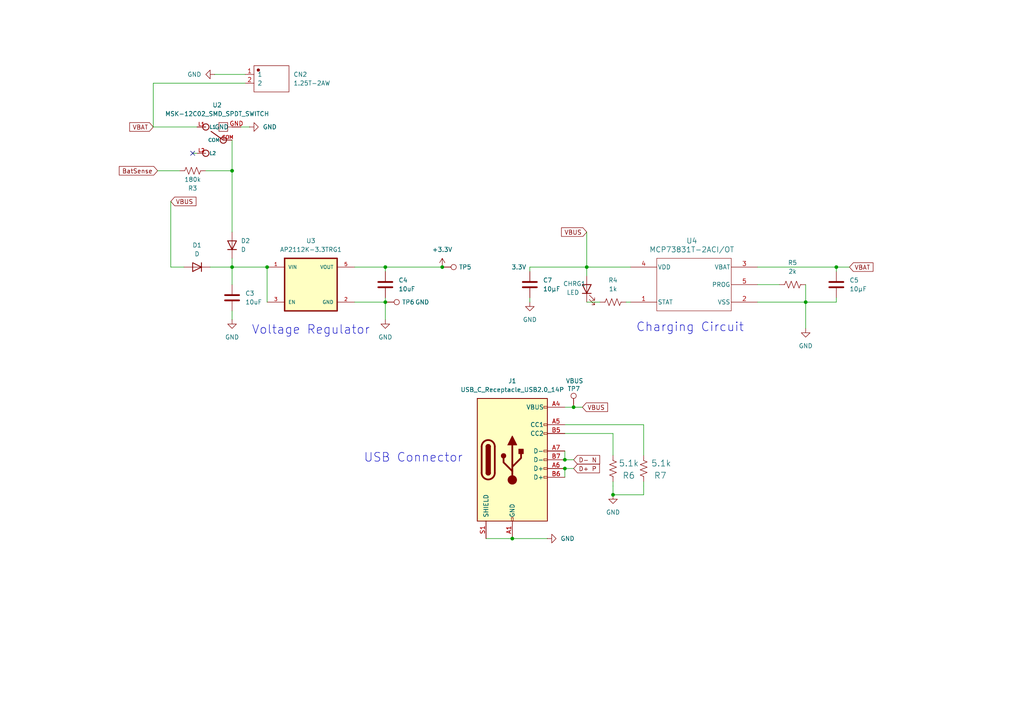
<source format=kicad_sch>
(kicad_sch (version 20231120) (generator "eeschema") (generator_version "8.0")
  (paper "A4")
  (lib_symbols
    (symbol "power:+3.3V" (power) (pin_numbers hide) (pin_names (offset 0) hide)
      (property "Value" "+3.3V" (at 0 3.556 0))
      (symbol "+3.3V_0_1"
        (polyline (pts (xy -0.762 1.27) (xy 0 2.54)))
        (polyline (pts (xy 0 0) (xy 0 2.54)))
        (polyline (pts (xy 0 2.54) (xy 0.762 1.27)))
      )
      (symbol "+3.3V_1_1"
        (pin power_in line (at 0 0 90) (length 0) (name "~") (number "1"))
      )
    )
    (symbol "power:GND" (power) (pin_numbers hide) (pin_names (offset 0) hide)
      (property "Value" "GND" (at 0 -3.81 0))
      (symbol "GND_0_1"
        (polyline (pts (xy 0 0) (xy 0 -1.27) (xy 1.27 -1.27) (xy 0 -2.54) (xy -1.27 -1.27) (xy 0 -1.27)))
      )
      (symbol "GND_1_1"
        (pin power_in line (at 0 0 270) (length 0) (name "~") (number "1"))
      )
    )
    (symbol "uSlime:1.25T-2AW" (pin_names (offset 1.016))
      (property "Reference" "CN" (at 0 6.5024 0))
      (property "Value" "1.25T-2AW" (at 0 11.5824 0))
      (symbol "1.25T-2AW_1_1"
        (rectangle (start -3.81 3.81) (end 6.35 -3.81) (stroke (width 0.1524)))
        (circle (center -2.54 2.54) (radius 0.381) (stroke (width 0.1524)) (fill (type outline)))
        (pin input line (at -6.35 1.27 0) (length 2.54) (name "1") (number "1"))
        (pin input line (at -6.35 -1.27 0) (length 2.54) (name "2") (number "2"))
      )
    )
    (symbol "uSlime:AP2112K-3.3TRG1" (pin_names (offset 1.016))
      (property "Reference" "U" (at -7.663 8.6476 0))
      (property "Value" "AP2112K-3.3TRG1" (at -7.6489 -11.6507 0))
      (symbol "AP2112K-3.3TRG1_0_0"
        (rectangle (start -7.62 -7.62) (end 7.62 7.62) (stroke (width 0.41)) (fill (type background)))
        (pin power_in line (at -12.7 5.08 0) (length 5.08) (name "VIN") (number "1"))
        (pin power_in line (at 12.7 -5.08 180) (length 5.08) (name "GND") (number "2"))
        (pin input line (at -12.7 -5.08 0) (length 5.08) (name "EN") (number "3"))
        (pin power_in line (at 12.7 5.08 180) (length 5.08) (name "VOUT") (number "5"))
      )
    )
    (symbol "uSlime:C" (pin_numbers hide) (pin_names (offset 0.254))
      (property "Reference" "C" (at 0.635 2.54 0))
      (property "Value" "C" (at 0.635 -2.54 0))
      (symbol "C_0_1"
        (polyline (pts (xy -2.032 -0.762) (xy 2.032 -0.762)) (stroke (width 0.508)))
        (polyline (pts (xy -2.032 0.762) (xy 2.032 0.762)) (stroke (width 0.508)))
      )
      (symbol "C_1_1"
        (pin passive line (at 0 3.81 270) (length 2.794) (name "~") (number "1"))
        (pin passive line (at 0 -3.81 90) (length 2.794) (name "~") (number "2"))
      )
    )
    (symbol "uSlime:D" (pin_numbers hide) (pin_names (offset 1.016) hide)
      (property "Reference" "D1" (at 0 -6.35 0))
      (property "Value" "D" (at 0 -3.81 0))
      (symbol "D_0_1"
        (polyline (pts (xy -1.27 1.27) (xy -1.27 -1.27)) (stroke (width 0.254)))
        (polyline (pts (xy 1.27 0) (xy -1.27 0)))
        (polyline (pts (xy 1.27 1.27) (xy 1.27 -1.27) (xy -1.27 0) (xy 1.27 1.27)) (stroke (width 0.254)))
      )
      (symbol "D_1_1"
        (pin passive line (at -3.81 0 0) (length 2.54) (name "K") (number "1"))
        (pin passive line (at 3.81 0 180) (length 2.54) (name "A") (number "2"))
      )
    )
    (symbol "uSlime:LED" (pin_numbers hide) (pin_names (offset 1.016) hide)
      (property "Reference" "D" (at 0 2.54 0))
      (property "Value" "LED" (at 0 -2.54 0))
      (symbol "LED_0_1"
        (polyline (pts (xy -1.27 -1.27) (xy -1.27 1.27)) (stroke (width 0.254)))
        (polyline (pts (xy -1.27 0) (xy 1.27 0)))
        (polyline (pts (xy 1.27 -1.27) (xy 1.27 1.27) (xy -1.27 0) (xy 1.27 -1.27)) (stroke (width 0.254)))
        (polyline (pts (xy -3.048 -0.762) (xy -4.572 -2.286) (xy -3.81 -2.286) (xy -4.572 -2.286) (xy -4.572 -1.524)))
        (polyline (pts (xy -1.778 -0.762) (xy -3.302 -2.286) (xy -2.54 -2.286) (xy -3.302 -2.286) (xy -3.302 -1.524)))
      )
      (symbol "LED_1_1"
        (pin passive line (at -3.81 0 0) (length 2.54) (name "K") (number "1"))
        (pin passive line (at 3.81 0 180) (length 2.54) (name "A") (number "2"))
      )
    )
    (symbol "uSlime:MCP73831T-2ACI_OT" (pin_names (offset 0.254))
      (property "Reference" "U" (at 30.48 10.16 0))
      (property "Value" "MCP73831T-2ACI/OT" (at 30.48 7.62 0))
      (symbol "MCP73831T-2ACI_OT_0_1"
        (polyline (pts (xy 20.32 -10.16) (xy 41.91 -10.16)) (stroke (width 0.127)))
        (polyline (pts (xy 20.32 5.08) (xy 20.32 -10.16)) (stroke (width 0.127)))
        (polyline (pts (xy 41.91 -10.16) (xy 41.91 5.08)) (stroke (width 0.127)))
        (polyline (pts (xy 41.91 5.08) (xy 20.32 5.08)) (stroke (width 0.127)))
        (pin unspecified line (at 12.7 -7.62 0) (length 7.62) (name "STAT") (number "1"))
        (pin unspecified line (at 49.53 -7.62 180) (length 7.62) (name "VSS") (number "2"))
        (pin unspecified line (at 49.53 2.54 180) (length 7.62) (name "VBAT") (number "3"))
        (pin unspecified line (at 12.7 2.54 0) (length 7.62) (name "VDD") (number "4"))
        (pin unspecified line (at 49.53 -2.54 180) (length 7.62) (name "PROG") (number "5"))
      )
    )
    (symbol "uSlime:MSK-12C02_SMD_SPDT_SWITCH" (pin_names (offset 1.016))
      (property "Reference" "U" (at -5.08 7.62 0))
      (property "Value" "MSK-12C02_SMD_SPDT_SWITCH" (at -5.08 -7.62 0))
      (symbol "MSK-12C02_SMD_SPDT_SWITCH_0_0"
        (circle (center -5.08 0) (radius 0.9158) (stroke (width 0.254)))
        (circle (center 0 -3.81) (radius 0.9158) (stroke (width 0.254)))
        (polyline (pts (xy -5.08 0) (xy -1.524 -2.54)) (stroke (width 0.254)))
        (circle (center 0 3.81) (radius 0.9158) (stroke (width 0.254)))
        (pin bidirectional line (at -7.62 0 0) (length 2.54) (name "COM") (number "COM"))
        (pin bidirectional line (at 2.54 -3.81 180) (length 2.54) (name "L1") (number "L1"))
        (pin bidirectional line (at 2.54 3.81 180) (length 2.54) (name "L2") (number "L2"))
      )
      (symbol "MSK-12C02_SMD_SPDT_SWITCH_0_1"
        (rectangle (start -6.35 -2.54) (end -3.81 -5.08))
        (polyline (pts (xy -7.62 -3.81) (xy -6.35 -3.81)))
      )
      (symbol "MSK-12C02_SMD_SPDT_SWITCH_1_1"
        (pin bidirectional line (at -10.16 -3.81 0) (length 2.54) (name "GND") (number "GND"))
      )
    )
    (symbol "uSlime:R_US" (pin_numbers hide) (pin_names (offset 0))
      (property "Reference" "R" (at 2.54 0 90))
      (property "Value" "R_US" (at -2.54 0 90))
      (symbol "R_US_0_1"
        (polyline (pts (xy 0 -2.286) (xy 0 -2.54)))
        (polyline (pts (xy 0 2.286) (xy 0 2.54)))
        (polyline (pts (xy 0 -0.762) (xy 1.016 -1.143) (xy 0 -1.524) (xy -1.016 -1.905) (xy 0 -2.286)))
        (polyline (pts (xy 0 0.762) (xy 1.016 0.381) (xy 0 0) (xy -1.016 -0.381) (xy 0 -0.762)))
        (polyline (pts (xy 0 2.286) (xy 1.016 1.905) (xy 0 1.524) (xy -1.016 1.143) (xy 0 0.762)))
      )
      (symbol "R_US_1_1"
        (pin passive line (at 0 3.81 270) (length 1.27) (name "~") (number "1"))
        (pin passive line (at 0 -3.81 90) (length 1.27) (name "~") (number "2"))
      )
    )
    (symbol "uSlime:TestPoint" (pin_numbers hide) (pin_names (offset 0.762) hide)
      (property "Reference" "TP1" (at 0 4.826 90))
      (property "Value" "TestPoint" (at 0 8.636 90))
      (symbol "TestPoint_0_1"
        (circle (center 0 3.302) (radius 0.762))
      )
      (symbol "TestPoint_1_1"
        (pin passive line (at 0 0 90) (length 2.54) (name "1") (number "1"))
      )
    )
    (symbol "uSlime:USB_C_Receptacle_USB2.0_14P" (pin_names (offset 1.016))
      (property "Reference" "J1" (at 0 22.86 0))
      (property "Value" "USB_C_Receptacle_USB2.0_14P" (at 0 20.32 0))
      (symbol "USB_C_Receptacle_USB2.0_14P_0_0"
        (rectangle (start -0.254 -17.78) (end 0.254 -16.764))
        (rectangle (start 10.16 -4.826) (end 9.144 -5.334))
        (rectangle (start 10.16 -2.286) (end 9.144 -2.794))
        (rectangle (start 10.16 0.254) (end 9.144 -0.254))
        (rectangle (start 10.16 2.794) (end 9.144 2.286))
        (rectangle (start 10.16 7.874) (end 9.144 7.366))
        (rectangle (start 10.16 10.414) (end 9.144 9.906))
        (rectangle (start 10.16 15.494) (end 9.144 14.986))
      )
      (symbol "USB_C_Receptacle_USB2.0_14P_0_1"
        (rectangle (start -10.16 17.78) (end 10.16 -17.78) (stroke (width 0.254)) (fill (type background)))
        (arc (start -8.89 -3.81) (mid -6.985 -5.7067) (end -5.08 -3.81) (stroke (width 0.508)))
        (arc (start -7.62 -3.81) (mid -6.985 -4.4423) (end -6.35 -3.81) (stroke (width 0.254)))
        (arc (start -7.62 -3.81) (mid -6.985 -4.4423) (end -6.35 -3.81) (stroke (width 0.254)) (fill (type outline)))
        (rectangle (start -7.62 -3.81) (end -6.35 3.81) (stroke (width 0.254)) (fill (type outline)))
        (arc (start -6.35 3.81) (mid -6.985 4.4423) (end -7.62 3.81) (stroke (width 0.254)))
        (arc (start -6.35 3.81) (mid -6.985 4.4423) (end -7.62 3.81) (stroke (width 0.254)) (fill (type outline)))
        (arc (start -5.08 3.81) (mid -6.985 5.7067) (end -8.89 3.81) (stroke (width 0.508)))
        (circle (center -2.54 1.143) (radius 0.635) (stroke (width 0.254)) (fill (type outline)))
        (circle (center 0 -5.842) (radius 1.27) (fill (type outline)))
        (polyline (pts (xy -8.89 -3.81) (xy -8.89 3.81)) (stroke (width 0.508)))
        (polyline (pts (xy -5.08 3.81) (xy -5.08 -3.81)) (stroke (width 0.508)))
        (polyline (pts (xy 0 -5.842) (xy 0 4.318)) (stroke (width 0.508)))
        (polyline (pts (xy 0 -3.302) (xy -2.54 -0.762) (xy -2.54 0.508)) (stroke (width 0.508)))
        (polyline (pts (xy 0 -2.032) (xy 2.54 0.508) (xy 2.54 1.778)) (stroke (width 0.508)))
        (polyline (pts (xy -1.27 4.318) (xy 0 6.858) (xy 1.27 4.318) (xy -1.27 4.318)) (stroke (width 0.254)) (fill (type outline)))
        (rectangle (start 1.905 1.778) (end 3.175 3.048) (stroke (width 0.254)) (fill (type outline)))
      )
      (symbol "USB_C_Receptacle_USB2.0_14P_1_1"
        (pin passive line (at 0 -22.86 90) (length 5.08) (name "GND") (number "A1"))
        (pin passive line (at 0 -22.86 90) (length 5.08) hide (name "GND") (number "A12"))
        (pin passive line (at 15.24 15.24 180) (length 5.08) (name "VBUS") (number "A4"))
        (pin bidirectional line (at 15.24 10.16 180) (length 5.08) (name "CC1") (number "A5"))
        (pin bidirectional line (at 15.24 -2.54 180) (length 5.08) (name "D+") (number "A6"))
        (pin bidirectional line (at 15.24 2.54 180) (length 5.08) (name "D-") (number "A7"))
        (pin passive line (at 15.24 15.24 180) (length 5.08) hide (name "VBUS") (number "A9"))
        (pin passive line (at 0 -22.86 90) (length 5.08) hide (name "GND") (number "B1"))
        (pin passive line (at 0 -22.86 90) (length 5.08) hide (name "GND") (number "B12"))
        (pin passive line (at 15.24 15.24 180) (length 5.08) hide (name "VBUS") (number "B4"))
        (pin bidirectional line (at 15.24 7.62 180) (length 5.08) (name "CC2") (number "B5"))
        (pin bidirectional line (at 15.24 -5.08 180) (length 5.08) (name "D+") (number "B6"))
        (pin bidirectional line (at 15.24 0 180) (length 5.08) (name "D-") (number "B7"))
        (pin passive line (at 15.24 15.24 180) (length 5.08) hide (name "VBUS") (number "B9"))
        (pin passive line (at -7.62 -22.86 90) (length 5.08) (name "SHIELD") (number "S1"))
      )
    )
  )
  (junction (at 163.83 135.89))
  (junction (at 67.31 77.47))
  (junction (at 177.8 143.51))
  (junction (at 128.27 77.47))
  (junction (at 111.76 77.47))
  (junction (at 111.76 87.63))
  (junction (at 163.83 133.35))
  (junction (at 170.18 77.47))
  (junction (at 67.31 49.53))
  (junction (at 166.37 118.11))
  (junction (at 233.68 87.63))
  (junction (at 242.57 77.47))
  (junction (at 148.59 156.21))
  (junction (at 77.47 77.47))
  (no_connect (at 55.88 44.45))
  (wire (pts (xy 59.69 49.53) (xy 67.31 49.53)))
  (wire (pts (xy 163.83 135.89) (xy 163.83 138.43)))
  (wire (pts (xy 53.34 77.47) (xy 49.53 77.47)))
  (wire (pts (xy 219.71 77.47) (xy 242.57 77.47)))
  (wire (pts (xy 186.69 123.19) (xy 186.69 132.08)) (stroke (width 0.1524)))
  (wire (pts (xy 186.69 143.51) (xy 186.69 140.97)) (stroke (width 0.1524)))
  (wire (pts (xy 242.57 78.74) (xy 242.57 77.47)))
  (wire (pts (xy 102.87 77.47) (xy 111.76 77.47)))
  (wire (pts (xy 67.31 77.47) (xy 60.96 77.47)))
  (wire (pts (xy 177.8 125.73) (xy 177.8 132.08)) (stroke (width 0.1524)))
  (wire (pts (xy 77.47 77.47) (xy 77.47 87.63)))
  (wire (pts (xy 163.83 118.11) (xy 166.37 118.11)) (stroke (width 0.1524)))
  (wire (pts (xy 111.76 78.74) (xy 111.76 77.47)))
  (wire (pts (xy 177.8 143.51) (xy 177.8 140.97)) (stroke (width 0.1524)))
  (wire (pts (xy 242.57 87.63) (xy 242.57 86.36)))
  (wire (pts (xy 72.39 36.83) (xy 69.85 36.83)))
  (wire (pts (xy 163.83 135.89) (xy 166.37 135.89)) (stroke (width 0.1524)))
  (wire (pts (xy 111.76 87.63) (xy 111.76 86.36)))
  (wire (pts (xy 62.23 21.59) (xy 71.12 21.59)))
  (wire (pts (xy 219.71 82.55) (xy 226.06 82.55)))
  (wire (pts (xy 44.45 36.83) (xy 57.15 36.83)))
  (wire (pts (xy 153.67 86.36) (xy 153.67 87.63)))
  (wire (pts (xy 170.18 77.47) (xy 182.88 77.47)))
  (wire (pts (xy 49.53 58.42) (xy 49.53 77.47)))
  (wire (pts (xy 55.88 44.45) (xy 57.15 44.45)))
  (wire (pts (xy 67.31 77.47) (xy 67.31 82.55)))
  (wire (pts (xy 168.91 118.11) (xy 166.37 118.11)))
  (wire (pts (xy 170.18 87.63) (xy 173.99 87.63)))
  (wire (pts (xy 233.68 82.55) (xy 233.68 87.63)))
  (wire (pts (xy 166.37 118.11) (xy 168.91 118.11)) (stroke (width 0.1524)))
  (wire (pts (xy 242.57 77.47) (xy 246.38 77.47)))
  (wire (pts (xy 111.76 77.47) (xy 128.27 77.47)))
  (wire (pts (xy 233.68 87.63) (xy 219.71 87.63)))
  (wire (pts (xy 181.61 87.63) (xy 182.88 87.63)))
  (wire (pts (xy 102.87 87.63) (xy 111.76 87.63)))
  (wire (pts (xy 163.83 130.81) (xy 163.83 133.35)))
  (wire (pts (xy 67.31 40.64) (xy 67.31 49.53)))
  (wire (pts (xy 186.69 139.7) (xy 186.69 140.97)))
  (wire (pts (xy 44.45 24.13) (xy 44.45 36.83)))
  (wire (pts (xy 233.68 87.63) (xy 233.68 95.25)))
  (wire (pts (xy 163.83 133.35) (xy 166.37 133.35)) (stroke (width 0.1524)))
  (wire (pts (xy 177.8 143.51) (xy 186.69 143.51)) (stroke (width 0.1524)))
  (wire (pts (xy 67.31 74.93) (xy 67.31 77.47)))
  (wire (pts (xy 111.76 87.63) (xy 111.76 92.71)))
  (wire (pts (xy 67.31 49.53) (xy 67.31 67.31)))
  (wire (pts (xy 163.83 123.19) (xy 186.69 123.19)) (stroke (width 0.1524)))
  (wire (pts (xy 170.18 80.01) (xy 170.18 77.47)))
  (wire (pts (xy 67.31 90.17) (xy 67.31 92.71)))
  (wire (pts (xy 67.31 77.47) (xy 77.47 77.47)))
  (wire (pts (xy 163.83 125.73) (xy 177.8 125.73)) (stroke (width 0.1524)))
  (wire (pts (xy 170.18 67.31) (xy 170.18 77.47)))
  (wire (pts (xy 233.68 87.63) (xy 242.57 87.63)))
  (wire (pts (xy 52.07 49.53) (xy 45.72 49.53)))
  (wire (pts (xy 158.75 156.21) (xy 148.59 156.21)))
  (wire (pts (xy 153.67 77.47) (xy 153.67 78.74)))
  (wire (pts (xy 170.18 77.47) (xy 153.67 77.47)))
  (wire (pts (xy 140.97 156.21) (xy 148.59 156.21)))
  (wire (pts (xy 44.45 24.13) (xy 71.12 24.13)))
  (wire (pts (xy 177.8 139.7) (xy 177.8 140.97)))
  (text "Charging Circuit" (at 200.152 94.996 0) (effects (font (size 2.54 2.54))))
  (text "Voltage Regulator" (at 90.17 95.758 0) (effects (font (size 2.54 2.54))))
  (text "USB Connector" (at 119.888 132.842 0) (effects (font (size 2.54 2.54))))
  (global_label "D+ P" (shape input) (at 166.37 135.89 0) (property "Intersheetrefs" "${INTERSHEET_REFS}" (effects (hide yes))))
  (global_label "VBAT" (shape input) (at 246.38 77.47 0) (property "Intersheetrefs" "${INTERSHEET_REFS}" (effects (hide yes))))
  (global_label "BatSense" (shape input) (at 45.72 49.53 180) (property "Intersheetrefs" "${INTERSHEET_REFS}" (effects (hide yes))))
  (global_label "VBAT" (shape input) (at 44.45 36.83 180) (property "Intersheetrefs" "${INTERSHEET_REFS}" (effects (hide yes))))
  (global_label "D- N" (shape input) (at 166.37 133.35 0) (property "Intersheetrefs" "${INTERSHEET_REFS}" (effects (hide yes))))
  (global_label "VBUS" (shape input) (at 170.18 67.31 180) (property "Intersheetrefs" "${INTERSHEET_REFS}" (effects (hide yes))))
  (global_label "VBUS" (shape input) (at 49.53 58.42 0) (property "Intersheetrefs" "${INTERSHEET_REFS}" (effects (hide yes))))
  (global_label "VBUS" (shape input) (at 168.91 118.11 0) (property "Intersheetrefs" "${INTERSHEET_REFS}" (effects (hide yes))))
  (symbol (lib_id "uSlime:R_US") (at 177.8 87.63 90) (unit 1)
    (property "Reference" "R4" (at 177.8 81.28 90))
    (property "Value" "1k" (at 177.8 83.82 90))
    (property "Footprint" "Resistor_SMD:R_0402_1005Metric" (effects (hide yes)))
    (property "Description" "Resistor, US symbol" (effects (hide yes)))
  )
  (symbol (lib_id "power:GND") (at 177.8 143.51 0) (unit 1)
    (property "Reference" "#PWR022" (effects (hide yes)))
    (property "Value" "GND" (at 177.8 148.59 0))
    (property "Description" "Power symbol creates a global label with name \"GND\" , ground" (effects (hide yes)))
  )
  (symbol (lib_id "uSlime:LED") (at 170.18 83.82 90) (unit 1)
    (property "Reference" "CHRG1" (at 163.322 82.296 90) (effects (justify right)))
    (property "Value" "LED" (at 164.338 84.836 90) (effects (justify right)))
    (property "Footprint" "LED_SMD:LED_0402_1005Metric" (effects (hide yes)))
    (property "Description" "Light emitting diode" (effects (hide yes)))
  )
  (symbol (lib_id "uSlime:C") (at 111.76 82.55 0) (unit 1)
    (property "Reference" "C4" (at 115.57 81.2799 0) (effects (justify left)))
    (property "Value" "10uF" (at 115.57 83.8199 0) (effects (justify left)))
    (property "Footprint" "Capacitor_SMD:C_0402_1005Metric" (effects (hide yes)))
    (property "Description" "Unpolarized capacitor" (effects (hide yes)))
  )
  (symbol (lib_id "uSlime:MCP73831T-2ACI_OT") (at 170.18 80.01 0) (unit 1)
    (property "Reference" "U4" (at 200.66 69.85 0) (effects (font (size 1.524 1.524))))
    (property "Value" "MCP73831T-2ACI/OT" (at 200.66 72.39 0) (effects (font (size 1.524 1.524))))
    (property "Footprint" "uSlime-libs:SOT-23-5_MC_MCH" (effects (hide yes)))
    (property "Datasheet" "MCP73831T-2ACI/OT" (effects (hide yes)))
  )
  (symbol (lib_id "uSlime:R_US") (at 55.88 49.53 270) (unit 1)
    (property "Reference" "R3" (at 55.88 54.61 90))
    (property "Value" "180k" (at 55.88 52.07 90))
    (property "Footprint" "Resistor_SMD:R_0402_1005Metric" (effects (hide yes)))
    (property "Description" "Resistor, US symbol" (effects (hide yes)))
  )
  (symbol (lib_id "uSlime:C") (at 67.31 86.36 0) (unit 1)
    (property "Reference" "C3" (at 71.12 85.0899 0) (effects (justify left)))
    (property "Value" "10uF" (at 71.12 87.6299 0) (effects (justify left)))
    (property "Footprint" "Capacitor_SMD:C_0402_1005Metric" (effects (hide yes)))
    (property "Description" "Unpolarized capacitor" (effects (hide yes)))
  )
  (symbol (lib_id "power:+3.3V") (at 128.27 77.47 0) (unit 1)
    (property "Reference" "#PWR019" (effects (hide yes)))
    (property "Value" "+3.3V" (at 128.27 72.39 0))
    (property "Description" "Power symbol creates a global label with name \"+3.3V\"" (effects (hide yes)))
  )
  (symbol (lib_id "uSlime:TestPoint") (at 128.27 77.47 270) (unit 1)
    (property "Reference" "TP5" (at 133.096 77.47 90) (effects (justify left)))
    (property "Value" "3.3V" (at 148.336 77.47 90) (effects (justify left)))
    (property "Footprint" "TestPoint:TestPoint_Pad_2.0x2.0mm" (effects (hide yes)))
    (property "Description" "test point" (effects (hide yes)))
  )
  (symbol (lib_id "uSlime:TestPoint") (at 111.76 87.63 270) (unit 1)
    (property "Reference" "TP6" (at 116.586 87.63 90) (effects (justify left)))
    (property "Value" "GND" (at 120.396 87.63 90) (effects (justify left)))
    (property "Footprint" "TestPoint:TestPoint_Pad_2.0x2.0mm" (effects (hide yes)))
    (property "Description" "test point" (effects (hide yes)))
  )
  (symbol (lib_id "power:GND") (at 111.76 92.71 0) (unit 1)
    (property "Reference" "#PWR04" (effects (hide yes)))
    (property "Value" "GND" (at 111.76 97.79 0))
    (property "Description" "Power symbol creates a global label with name \"GND\" , ground" (effects (hide yes)))
  )
  (symbol (lib_id "uSlime:R_US") (at 186.69 135.89 180) (unit 1)
    (property "Reference" "R7" (at 191.516 136.906 0) (effects (font (size 1.778 1.778)) (justify bottom)))
    (property "Value" "5.1k" (at 191.77 135.382 0) (effects (font (size 1.778 1.778)) (justify top)))
    (property "Footprint" "Resistor_SMD:R_0402_1005Metric" (effects (hide yes)))
    (property "Description" "Resistor, US symbol" (effects (hide yes)))
  )
  (symbol (lib_id "power:GND") (at 67.31 92.71 0) (unit 1)
    (property "Reference" "#PWR02" (effects (hide yes)))
    (property "Value" "GND" (at 67.31 97.79 0))
    (property "Description" "Power symbol creates a global label with name \"GND\" , ground" (effects (hide yes)))
  )
  (symbol (lib_id "uSlime:TestPoint") (at 166.37 118.11 0) (unit 1)
    (property "Reference" "TP7" (at 164.592 112.776 0) (effects (justify left)))
    (property "Value" "VBUS" (at 164.084 110.49 0) (effects (justify left)))
    (property "Footprint" "TestPoint:TestPoint_Pad_2.0x2.0mm" (effects (hide yes)))
    (property "Description" "test point" (effects (hide yes)))
  )
  (symbol (lib_id "uSlime:AP2112K-3.3TRG1") (at 90.17 82.55 0) (unit 1)
    (property "Reference" "U3" (at 90.17 69.85 0))
    (property "Value" "AP2112K-3.3TRG1" (at 90.17 72.39 0))
    (property "Footprint" "uSlime-libs:SOT95P285X140-5N" (effects (hide yes)))
    (property "PARTREV" "2-2" (effects (hide yes)))
    (property "MANUFACTURER" "Diodes Inc." (effects (hide yes)))
  )
  (symbol (lib_id "power:GND") (at 62.23 21.59 270) (unit 1)
    (property "Reference" "#PWR017" (effects (hide yes)))
    (property "Value" "GND" (at 58.42 21.5899 90) (effects (justify right)))
    (property "Description" "Power symbol creates a global label with name \"GND\" , ground" (effects (hide yes)))
  )
  (symbol (lib_id "uSlime:D") (at 67.31 71.12 90) (unit 1)
    (property "Reference" "D2" (at 69.85 69.8499 90) (effects (justify right)))
    (property "Value" "D" (at 69.85 72.3899 90) (effects (justify right)))
    (property "Footprint" "uSlime-libs:D_0402_1005Metric" (effects (hide yes)))
    (property "Description" "Diode" (effects (hide yes)))
    (property "Sim.Device" "D" (effects (hide yes)))
    (property "Sim.Pins" "1=K 2=A" (effects (hide yes)))
  )
  (symbol (lib_id "uSlime:R_US") (at 229.87 82.55 90) (unit 1)
    (property "Reference" "R5" (at 229.87 76.2 90))
    (property "Value" "2k" (at 229.87 78.74 90))
    (property "Footprint" "Resistor_SMD:R_0402_1005Metric" (effects (hide yes)))
    (property "Description" "Resistor, US symbol" (effects (hide yes)))
  )
  (symbol (lib_id "power:GND") (at 158.75 156.21 90) (unit 1)
    (property "Reference" "#PWR05" (effects (hide yes)))
    (property "Value" "GND" (at 162.56 156.2099 90) (effects (justify right)))
    (property "Description" "Power symbol creates a global label with name \"GND\" , ground" (effects (hide yes)))
  )
  (symbol (lib_id "uSlime:1.25T-2AW") (at 77.47 22.86 0) (unit 1)
    (property "Reference" "CN2" (at 85.09 21.5899 0) (effects (justify left)))
    (property "Value" "1.25T-2AW" (at 85.09 24.1299 0) (effects (justify left)))
    (property "Footprint" "uSlime-libs:CONN-TH_2P-P1.25_1.25T-2AW" (effects (hide yes)))
    (property "Datasheet" "http://www.szlcsc.com/product/details_157311.html" (effects (hide yes)))
    (property "Description" "C145979" (effects (hide yes)))
    (property "uuid" "std:acc09904c2b24521a5e7f02a7fa98dec" (effects (hide yes)))
  )
  (symbol (lib_id "uSlime:R_US") (at 177.8 135.89 180) (unit 1)
    (property "Reference" "R6" (at 182.372 136.906 0) (effects (font (size 1.778 1.778)) (justify bottom)))
    (property "Value" "5.1k" (at 182.372 135.382 0) (effects (font (size 1.778 1.778)) (justify top)))
    (property "Footprint" "Resistor_SMD:R_0402_1005Metric" (effects (hide yes)))
    (property "Description" "Resistor, US symbol" (effects (hide yes)))
  )
  (symbol (lib_id "power:GND") (at 233.68 95.25 0) (unit 1)
    (property "Reference" "#PWR016" (effects (hide yes)))
    (property "Value" "GND" (at 233.68 100.33 0))
    (property "Description" "Power symbol creates a global label with name \"GND\" , ground" (effects (hide yes)))
  )
  (symbol (lib_id "power:GND") (at 153.67 87.63 0) (unit 1)
    (property "Reference" "#PWR012" (effects (hide yes)))
    (property "Value" "GND" (at 153.67 92.71 0))
    (property "Description" "Power symbol creates a global label with name \"GND\" , ground" (effects (hide yes)))
  )
  (symbol (lib_id "uSlime:C") (at 242.57 82.55 0) (unit 1)
    (property "Reference" "C5" (at 246.38 81.2799 0) (effects (justify left)))
    (property "Value" "10μF" (at 246.38 83.8199 0) (effects (justify left)))
    (property "Footprint" "Capacitor_SMD:C_0402_1005Metric" (effects (hide yes)))
    (property "Description" "Unpolarized capacitor" (effects (hide yes)))
  )
  (symbol (lib_id "uSlime:D") (at 57.15 77.47 180) (unit 1)
    (property "Reference" "D1" (at 57.15 71.12 0))
    (property "Value" "D" (at 57.15 73.66 0))
    (property "Footprint" "uSlime-libs:D_0402_1005Metric" (effects (hide yes)))
    (property "Description" "Diode" (effects (hide yes)))
    (property "Sim.Device" "D" (effects (hide yes)))
    (property "Sim.Pins" "1=K 2=A" (effects (hide yes)))
  )
  (symbol (lib_id "uSlime:USB_C_Receptacle_USB2.0_14P") (at 148.59 133.35 0) (unit 1)
    (property "Reference" "J1" (at 148.59 110.49 0))
    (property "Value" "USB_C_Receptacle_USB2.0_14P" (at 148.59 113.03 0))
    (property "Footprint" "Connector_USB:USB_C_Receptacle_GCT_USB4105-xx-A_16P_TopMnt_Horizontal" (effects (hide yes)))
    (property "Datasheet" "https://www.usb.org/sites/default/files/documents/usb_type-c.zip" (effects (hide yes)))
    (property "Description" "USB 2.0-only 14P Type-C Receptacle connector" (effects (hide yes)))
  )
  (symbol (lib_id "power:GND") (at 72.39 36.83 90) (unit 1)
    (property "Reference" "#PWR03" (effects (hide yes)))
    (property "Value" "GND" (at 76.2 36.8299 90) (effects (justify right)))
    (property "Description" "Power symbol creates a global label with name \"GND\" , ground" (effects (hide yes)))
  )
  (symbol (lib_id "uSlime:C") (at 153.67 82.55 0) (unit 1)
    (property "Reference" "C7" (at 157.48 81.2799 0) (effects (justify left)))
    (property "Value" "10μF" (at 157.48 83.8199 0) (effects (justify left)))
    (property "Footprint" "Capacitor_SMD:C_0402_1005Metric" (effects (hide yes)))
    (property "Description" "Unpolarized capacitor" (effects (hide yes)))
  )
  (symbol (lib_id "uSlime:MSK-12C02_SMD_SPDT_SWITCH") (at 59.69 40.64 180) (unit 1)
    (property "Reference" "U2" (at 62.9786 30.48 0))
    (property "Value" "MSK-12C02_SMD_SPDT_SWITCH" (at 62.9786 33.02 0))
    (property "Footprint" "uSlime-libs:SW_PCM12SMTR" (effects (hide yes)))
  )
)
</source>
